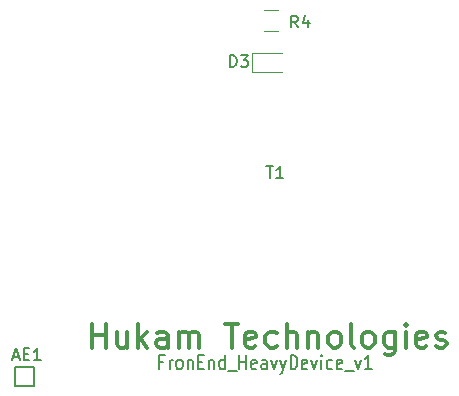
<source format=gto>
G04 #@! TF.GenerationSoftware,KiCad,Pcbnew,5.1.7-a382d34a8~88~ubuntu18.04.1*
G04 #@! TF.CreationDate,2021-07-31T18:48:42+05:30*
G04 #@! TF.ProjectId,FrontEnd_HeavyDevice_v1,46726f6e-7445-46e6-945f-486561767944,rev?*
G04 #@! TF.SameCoordinates,Original*
G04 #@! TF.FileFunction,Legend,Top*
G04 #@! TF.FilePolarity,Positive*
%FSLAX46Y46*%
G04 Gerber Fmt 4.6, Leading zero omitted, Abs format (unit mm)*
G04 Created by KiCad (PCBNEW 5.1.7-a382d34a8~88~ubuntu18.04.1) date 2021-07-31 18:48:42*
%MOMM*%
%LPD*%
G01*
G04 APERTURE LIST*
%ADD10C,0.200000*%
%ADD11C,0.300000*%
%ADD12C,0.120000*%
%ADD13C,0.150000*%
G04 APERTURE END LIST*
D10*
X109059152Y-116479965D02*
X108725819Y-116479965D01*
X108725819Y-117108537D02*
X108725819Y-115908537D01*
X109202009Y-115908537D01*
X109582961Y-117108537D02*
X109582961Y-116308537D01*
X109582961Y-116537108D02*
X109630580Y-116422822D01*
X109678200Y-116365680D01*
X109773438Y-116308537D01*
X109868676Y-116308537D01*
X110344866Y-117108537D02*
X110249628Y-117051394D01*
X110202009Y-116994251D01*
X110154390Y-116879965D01*
X110154390Y-116537108D01*
X110202009Y-116422822D01*
X110249628Y-116365680D01*
X110344866Y-116308537D01*
X110487723Y-116308537D01*
X110582961Y-116365680D01*
X110630580Y-116422822D01*
X110678200Y-116537108D01*
X110678200Y-116879965D01*
X110630580Y-116994251D01*
X110582961Y-117051394D01*
X110487723Y-117108537D01*
X110344866Y-117108537D01*
X111106771Y-116308537D02*
X111106771Y-117108537D01*
X111106771Y-116422822D02*
X111154390Y-116365680D01*
X111249628Y-116308537D01*
X111392485Y-116308537D01*
X111487723Y-116365680D01*
X111535342Y-116479965D01*
X111535342Y-117108537D01*
X112011533Y-116479965D02*
X112344866Y-116479965D01*
X112487723Y-117108537D02*
X112011533Y-117108537D01*
X112011533Y-115908537D01*
X112487723Y-115908537D01*
X112916295Y-116308537D02*
X112916295Y-117108537D01*
X112916295Y-116422822D02*
X112963914Y-116365680D01*
X113059152Y-116308537D01*
X113202009Y-116308537D01*
X113297247Y-116365680D01*
X113344866Y-116479965D01*
X113344866Y-117108537D01*
X114249628Y-117108537D02*
X114249628Y-115908537D01*
X114249628Y-117051394D02*
X114154390Y-117108537D01*
X113963914Y-117108537D01*
X113868676Y-117051394D01*
X113821057Y-116994251D01*
X113773438Y-116879965D01*
X113773438Y-116537108D01*
X113821057Y-116422822D01*
X113868676Y-116365680D01*
X113963914Y-116308537D01*
X114154390Y-116308537D01*
X114249628Y-116365680D01*
X114487723Y-117222822D02*
X115249628Y-117222822D01*
X115487723Y-117108537D02*
X115487723Y-115908537D01*
X115487723Y-116479965D02*
X116059152Y-116479965D01*
X116059152Y-117108537D02*
X116059152Y-115908537D01*
X116916295Y-117051394D02*
X116821057Y-117108537D01*
X116630580Y-117108537D01*
X116535342Y-117051394D01*
X116487723Y-116937108D01*
X116487723Y-116479965D01*
X116535342Y-116365680D01*
X116630580Y-116308537D01*
X116821057Y-116308537D01*
X116916295Y-116365680D01*
X116963914Y-116479965D01*
X116963914Y-116594251D01*
X116487723Y-116708537D01*
X117821057Y-117108537D02*
X117821057Y-116479965D01*
X117773438Y-116365680D01*
X117678200Y-116308537D01*
X117487723Y-116308537D01*
X117392485Y-116365680D01*
X117821057Y-117051394D02*
X117725819Y-117108537D01*
X117487723Y-117108537D01*
X117392485Y-117051394D01*
X117344866Y-116937108D01*
X117344866Y-116822822D01*
X117392485Y-116708537D01*
X117487723Y-116651394D01*
X117725819Y-116651394D01*
X117821057Y-116594251D01*
X118202009Y-116308537D02*
X118440104Y-117108537D01*
X118678200Y-116308537D01*
X118963914Y-116308537D02*
X119202009Y-117108537D01*
X119440104Y-116308537D02*
X119202009Y-117108537D01*
X119106771Y-117394251D01*
X119059152Y-117451394D01*
X118963914Y-117508537D01*
X119821057Y-117108537D02*
X119821057Y-115908537D01*
X120059152Y-115908537D01*
X120202009Y-115965680D01*
X120297247Y-116079965D01*
X120344866Y-116194251D01*
X120392485Y-116422822D01*
X120392485Y-116594251D01*
X120344866Y-116822822D01*
X120297247Y-116937108D01*
X120202009Y-117051394D01*
X120059152Y-117108537D01*
X119821057Y-117108537D01*
X121202009Y-117051394D02*
X121106771Y-117108537D01*
X120916295Y-117108537D01*
X120821057Y-117051394D01*
X120773438Y-116937108D01*
X120773438Y-116479965D01*
X120821057Y-116365680D01*
X120916295Y-116308537D01*
X121106771Y-116308537D01*
X121202009Y-116365680D01*
X121249628Y-116479965D01*
X121249628Y-116594251D01*
X120773438Y-116708537D01*
X121582961Y-116308537D02*
X121821057Y-117108537D01*
X122059152Y-116308537D01*
X122440104Y-117108537D02*
X122440104Y-116308537D01*
X122440104Y-115908537D02*
X122392485Y-115965680D01*
X122440104Y-116022822D01*
X122487723Y-115965680D01*
X122440104Y-115908537D01*
X122440104Y-116022822D01*
X123344866Y-117051394D02*
X123249628Y-117108537D01*
X123059152Y-117108537D01*
X122963914Y-117051394D01*
X122916295Y-116994251D01*
X122868676Y-116879965D01*
X122868676Y-116537108D01*
X122916295Y-116422822D01*
X122963914Y-116365680D01*
X123059152Y-116308537D01*
X123249628Y-116308537D01*
X123344866Y-116365680D01*
X124154390Y-117051394D02*
X124059152Y-117108537D01*
X123868676Y-117108537D01*
X123773438Y-117051394D01*
X123725819Y-116937108D01*
X123725819Y-116479965D01*
X123773438Y-116365680D01*
X123868676Y-116308537D01*
X124059152Y-116308537D01*
X124154390Y-116365680D01*
X124202009Y-116479965D01*
X124202009Y-116594251D01*
X123725819Y-116708537D01*
X124392485Y-117222822D02*
X125154390Y-117222822D01*
X125297247Y-116308537D02*
X125535342Y-117108537D01*
X125773438Y-116308537D01*
X126678199Y-117108537D02*
X126106771Y-117108537D01*
X126392485Y-117108537D02*
X126392485Y-115908537D01*
X126297247Y-116079965D01*
X126202009Y-116194251D01*
X126106771Y-116251394D01*
D11*
X103030619Y-115280961D02*
X103030619Y-113280961D01*
X103030619Y-114233342D02*
X104173476Y-114233342D01*
X104173476Y-115280961D02*
X104173476Y-113280961D01*
X105983000Y-113947628D02*
X105983000Y-115280961D01*
X105125857Y-113947628D02*
X105125857Y-114995247D01*
X105221095Y-115185723D01*
X105411571Y-115280961D01*
X105697285Y-115280961D01*
X105887761Y-115185723D01*
X105983000Y-115090485D01*
X106935380Y-115280961D02*
X106935380Y-113280961D01*
X107125857Y-114519057D02*
X107697285Y-115280961D01*
X107697285Y-113947628D02*
X106935380Y-114709533D01*
X109411571Y-115280961D02*
X109411571Y-114233342D01*
X109316333Y-114042866D01*
X109125857Y-113947628D01*
X108744904Y-113947628D01*
X108554428Y-114042866D01*
X109411571Y-115185723D02*
X109221095Y-115280961D01*
X108744904Y-115280961D01*
X108554428Y-115185723D01*
X108459190Y-114995247D01*
X108459190Y-114804771D01*
X108554428Y-114614295D01*
X108744904Y-114519057D01*
X109221095Y-114519057D01*
X109411571Y-114423819D01*
X110363952Y-115280961D02*
X110363952Y-113947628D01*
X110363952Y-114138104D02*
X110459190Y-114042866D01*
X110649666Y-113947628D01*
X110935380Y-113947628D01*
X111125857Y-114042866D01*
X111221095Y-114233342D01*
X111221095Y-115280961D01*
X111221095Y-114233342D02*
X111316333Y-114042866D01*
X111506809Y-113947628D01*
X111792523Y-113947628D01*
X111983000Y-114042866D01*
X112078238Y-114233342D01*
X112078238Y-115280961D01*
X114268714Y-113280961D02*
X115411571Y-113280961D01*
X114840142Y-115280961D02*
X114840142Y-113280961D01*
X116840142Y-115185723D02*
X116649666Y-115280961D01*
X116268714Y-115280961D01*
X116078238Y-115185723D01*
X115983000Y-114995247D01*
X115983000Y-114233342D01*
X116078238Y-114042866D01*
X116268714Y-113947628D01*
X116649666Y-113947628D01*
X116840142Y-114042866D01*
X116935380Y-114233342D01*
X116935380Y-114423819D01*
X115983000Y-114614295D01*
X118649666Y-115185723D02*
X118459190Y-115280961D01*
X118078238Y-115280961D01*
X117887761Y-115185723D01*
X117792523Y-115090485D01*
X117697285Y-114900009D01*
X117697285Y-114328580D01*
X117792523Y-114138104D01*
X117887761Y-114042866D01*
X118078238Y-113947628D01*
X118459190Y-113947628D01*
X118649666Y-114042866D01*
X119506809Y-115280961D02*
X119506809Y-113280961D01*
X120363952Y-115280961D02*
X120363952Y-114233342D01*
X120268714Y-114042866D01*
X120078238Y-113947628D01*
X119792523Y-113947628D01*
X119602047Y-114042866D01*
X119506809Y-114138104D01*
X121316333Y-113947628D02*
X121316333Y-115280961D01*
X121316333Y-114138104D02*
X121411571Y-114042866D01*
X121602047Y-113947628D01*
X121887761Y-113947628D01*
X122078238Y-114042866D01*
X122173476Y-114233342D01*
X122173476Y-115280961D01*
X123411571Y-115280961D02*
X123221095Y-115185723D01*
X123125857Y-115090485D01*
X123030619Y-114900009D01*
X123030619Y-114328580D01*
X123125857Y-114138104D01*
X123221095Y-114042866D01*
X123411571Y-113947628D01*
X123697285Y-113947628D01*
X123887761Y-114042866D01*
X123983000Y-114138104D01*
X124078238Y-114328580D01*
X124078238Y-114900009D01*
X123983000Y-115090485D01*
X123887761Y-115185723D01*
X123697285Y-115280961D01*
X123411571Y-115280961D01*
X125221095Y-115280961D02*
X125030619Y-115185723D01*
X124935380Y-114995247D01*
X124935380Y-113280961D01*
X126268714Y-115280961D02*
X126078238Y-115185723D01*
X125983000Y-115090485D01*
X125887761Y-114900009D01*
X125887761Y-114328580D01*
X125983000Y-114138104D01*
X126078238Y-114042866D01*
X126268714Y-113947628D01*
X126554428Y-113947628D01*
X126744904Y-114042866D01*
X126840142Y-114138104D01*
X126935380Y-114328580D01*
X126935380Y-114900009D01*
X126840142Y-115090485D01*
X126744904Y-115185723D01*
X126554428Y-115280961D01*
X126268714Y-115280961D01*
X128649666Y-113947628D02*
X128649666Y-115566676D01*
X128554428Y-115757152D01*
X128459190Y-115852390D01*
X128268714Y-115947628D01*
X127983000Y-115947628D01*
X127792523Y-115852390D01*
X128649666Y-115185723D02*
X128459190Y-115280961D01*
X128078238Y-115280961D01*
X127887761Y-115185723D01*
X127792523Y-115090485D01*
X127697285Y-114900009D01*
X127697285Y-114328580D01*
X127792523Y-114138104D01*
X127887761Y-114042866D01*
X128078238Y-113947628D01*
X128459190Y-113947628D01*
X128649666Y-114042866D01*
X129602047Y-115280961D02*
X129602047Y-113947628D01*
X129602047Y-113280961D02*
X129506809Y-113376200D01*
X129602047Y-113471438D01*
X129697285Y-113376200D01*
X129602047Y-113280961D01*
X129602047Y-113471438D01*
X131316333Y-115185723D02*
X131125857Y-115280961D01*
X130744904Y-115280961D01*
X130554428Y-115185723D01*
X130459190Y-114995247D01*
X130459190Y-114233342D01*
X130554428Y-114042866D01*
X130744904Y-113947628D01*
X131125857Y-113947628D01*
X131316333Y-114042866D01*
X131411571Y-114233342D01*
X131411571Y-114423819D01*
X130459190Y-114614295D01*
X132173476Y-115185723D02*
X132363952Y-115280961D01*
X132744904Y-115280961D01*
X132935380Y-115185723D01*
X133030619Y-114995247D01*
X133030619Y-114900009D01*
X132935380Y-114709533D01*
X132744904Y-114614295D01*
X132459190Y-114614295D01*
X132268714Y-114519057D01*
X132173476Y-114328580D01*
X132173476Y-114233342D01*
X132268714Y-114042866D01*
X132459190Y-113947628D01*
X132744904Y-113947628D01*
X132935380Y-114042866D01*
D12*
X118799000Y-88446500D02*
X117599000Y-88446500D01*
X117599000Y-86686500D02*
X118799000Y-86686500D01*
X116540480Y-90378380D02*
X119140480Y-90378380D01*
X116540480Y-91978380D02*
X119140480Y-91978380D01*
X116540480Y-90378380D02*
X116540480Y-91978380D01*
D13*
X96487100Y-116904000D02*
X98087100Y-116904000D01*
X98087100Y-116904000D02*
X98087100Y-118504000D01*
X98087100Y-118504000D02*
X96487100Y-118504000D01*
X96487100Y-118504000D02*
X96487100Y-116904000D01*
X120455493Y-88168740D02*
X120122160Y-87692550D01*
X119884064Y-88168740D02*
X119884064Y-87168740D01*
X120265017Y-87168740D01*
X120360255Y-87216360D01*
X120407874Y-87263979D01*
X120455493Y-87359217D01*
X120455493Y-87502074D01*
X120407874Y-87597312D01*
X120360255Y-87644931D01*
X120265017Y-87692550D01*
X119884064Y-87692550D01*
X121312636Y-87502074D02*
X121312636Y-88168740D01*
X121074540Y-87121121D02*
X120836445Y-87835407D01*
X121455493Y-87835407D01*
X114694744Y-91526620D02*
X114694744Y-90526620D01*
X114932840Y-90526620D01*
X115075697Y-90574240D01*
X115170935Y-90669478D01*
X115218554Y-90764716D01*
X115266173Y-90955192D01*
X115266173Y-91098049D01*
X115218554Y-91288525D01*
X115170935Y-91383763D01*
X115075697Y-91479001D01*
X114932840Y-91526620D01*
X114694744Y-91526620D01*
X115599506Y-90526620D02*
X116218554Y-90526620D01*
X115885220Y-90907573D01*
X116028078Y-90907573D01*
X116123316Y-90955192D01*
X116170935Y-91002811D01*
X116218554Y-91098049D01*
X116218554Y-91336144D01*
X116170935Y-91431382D01*
X116123316Y-91479001D01*
X116028078Y-91526620D01*
X115742363Y-91526620D01*
X115647125Y-91479001D01*
X115599506Y-91431382D01*
X96321093Y-116046946D02*
X96797283Y-116046946D01*
X96225855Y-116332660D02*
X96559188Y-115332660D01*
X96892521Y-116332660D01*
X97225855Y-115808851D02*
X97559188Y-115808851D01*
X97702045Y-116332660D02*
X97225855Y-116332660D01*
X97225855Y-115332660D01*
X97702045Y-115332660D01*
X98654426Y-116332660D02*
X98082998Y-116332660D01*
X98368712Y-116332660D02*
X98368712Y-115332660D01*
X98273474Y-115475518D01*
X98178236Y-115570756D01*
X98082998Y-115618375D01*
X117767095Y-99925780D02*
X118338523Y-99925780D01*
X118052809Y-100925780D02*
X118052809Y-99925780D01*
X119195666Y-100925780D02*
X118624238Y-100925780D01*
X118909952Y-100925780D02*
X118909952Y-99925780D01*
X118814714Y-100068638D01*
X118719476Y-100163876D01*
X118624238Y-100211495D01*
M02*

</source>
